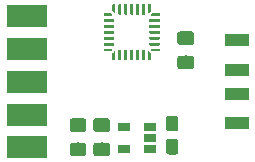
<source format=gbr>
G04 #@! TF.GenerationSoftware,KiCad,Pcbnew,(5.1.4)-1*
G04 #@! TF.CreationDate,2019-09-27T16:29:42+02:00*
G04 #@! TF.ProjectId,JoyAdapter,4a6f7941-6461-4707-9465-722e6b696361,rev?*
G04 #@! TF.SameCoordinates,Original*
G04 #@! TF.FileFunction,Paste,Top*
G04 #@! TF.FilePolarity,Positive*
%FSLAX46Y46*%
G04 Gerber Fmt 4.6, Leading zero omitted, Abs format (unit mm)*
G04 Created by KiCad (PCBNEW (5.1.4)-1) date 2019-09-27 16:29:42*
%MOMM*%
%LPD*%
G04 APERTURE LIST*
%ADD10C,0.136863*%
%ADD11C,0.100000*%
%ADD12C,0.250000*%
%ADD13R,3.480000X1.846667*%
%ADD14R,2.000000X1.100000*%
%ADD15R,1.060000X0.650000*%
%ADD16C,1.150000*%
%ADD17C,1.050000*%
G04 APERTURE END LIST*
D10*
X9168000Y6188500D03*
D11*
G36*
X9256779Y6565135D02*
G01*
X9265221Y6562575D01*
X9273001Y6558416D01*
X9279820Y6552820D01*
X9285416Y6546001D01*
X9289575Y6538221D01*
X9292135Y6529779D01*
X9293000Y6521000D01*
X9293000Y5856000D01*
X9292135Y5847221D01*
X9289575Y5838779D01*
X9285416Y5830999D01*
X9279820Y5824180D01*
X9273001Y5818584D01*
X9265221Y5814425D01*
X9256779Y5811865D01*
X9248000Y5811000D01*
X9221640Y5811000D01*
X9212861Y5811865D01*
X9204419Y5814425D01*
X9196639Y5818584D01*
X9189820Y5824180D01*
X9056180Y5957820D01*
X9050584Y5964639D01*
X9046425Y5972419D01*
X9043865Y5980861D01*
X9043000Y5989640D01*
X9043000Y6521000D01*
X9043865Y6529779D01*
X9046425Y6538221D01*
X9050584Y6546001D01*
X9056180Y6552820D01*
X9062999Y6558416D01*
X9070779Y6562575D01*
X9079221Y6565135D01*
X9088000Y6566000D01*
X9248000Y6566000D01*
X9256779Y6565135D01*
X9256779Y6565135D01*
G37*
G36*
X9736626Y6565699D02*
G01*
X9742693Y6564799D01*
X9748643Y6563309D01*
X9754418Y6561242D01*
X9759962Y6558620D01*
X9765223Y6555467D01*
X9770150Y6551813D01*
X9774694Y6547694D01*
X9778813Y6543150D01*
X9782467Y6538223D01*
X9785620Y6532962D01*
X9788242Y6527418D01*
X9790309Y6521643D01*
X9791799Y6515693D01*
X9792699Y6509626D01*
X9793000Y6503500D01*
X9793000Y5753500D01*
X9792699Y5747374D01*
X9791799Y5741307D01*
X9790309Y5735357D01*
X9788242Y5729582D01*
X9785620Y5724038D01*
X9782467Y5718777D01*
X9778813Y5713850D01*
X9774694Y5709306D01*
X9770150Y5705187D01*
X9765223Y5701533D01*
X9759962Y5698380D01*
X9754418Y5695758D01*
X9748643Y5693691D01*
X9742693Y5692201D01*
X9736626Y5691301D01*
X9730500Y5691000D01*
X9605500Y5691000D01*
X9599374Y5691301D01*
X9593307Y5692201D01*
X9587357Y5693691D01*
X9581582Y5695758D01*
X9576038Y5698380D01*
X9570777Y5701533D01*
X9565850Y5705187D01*
X9561306Y5709306D01*
X9557187Y5713850D01*
X9553533Y5718777D01*
X9550380Y5724038D01*
X9547758Y5729582D01*
X9545691Y5735357D01*
X9544201Y5741307D01*
X9543301Y5747374D01*
X9543000Y5753500D01*
X9543000Y6503500D01*
X9543301Y6509626D01*
X9544201Y6515693D01*
X9545691Y6521643D01*
X9547758Y6527418D01*
X9550380Y6532962D01*
X9553533Y6538223D01*
X9557187Y6543150D01*
X9561306Y6547694D01*
X9565850Y6551813D01*
X9570777Y6555467D01*
X9576038Y6558620D01*
X9581582Y6561242D01*
X9587357Y6563309D01*
X9593307Y6564799D01*
X9599374Y6565699D01*
X9605500Y6566000D01*
X9730500Y6566000D01*
X9736626Y6565699D01*
X9736626Y6565699D01*
G37*
D12*
X9668000Y6128500D03*
D11*
G36*
X10236626Y6565699D02*
G01*
X10242693Y6564799D01*
X10248643Y6563309D01*
X10254418Y6561242D01*
X10259962Y6558620D01*
X10265223Y6555467D01*
X10270150Y6551813D01*
X10274694Y6547694D01*
X10278813Y6543150D01*
X10282467Y6538223D01*
X10285620Y6532962D01*
X10288242Y6527418D01*
X10290309Y6521643D01*
X10291799Y6515693D01*
X10292699Y6509626D01*
X10293000Y6503500D01*
X10293000Y5753500D01*
X10292699Y5747374D01*
X10291799Y5741307D01*
X10290309Y5735357D01*
X10288242Y5729582D01*
X10285620Y5724038D01*
X10282467Y5718777D01*
X10278813Y5713850D01*
X10274694Y5709306D01*
X10270150Y5705187D01*
X10265223Y5701533D01*
X10259962Y5698380D01*
X10254418Y5695758D01*
X10248643Y5693691D01*
X10242693Y5692201D01*
X10236626Y5691301D01*
X10230500Y5691000D01*
X10105500Y5691000D01*
X10099374Y5691301D01*
X10093307Y5692201D01*
X10087357Y5693691D01*
X10081582Y5695758D01*
X10076038Y5698380D01*
X10070777Y5701533D01*
X10065850Y5705187D01*
X10061306Y5709306D01*
X10057187Y5713850D01*
X10053533Y5718777D01*
X10050380Y5724038D01*
X10047758Y5729582D01*
X10045691Y5735357D01*
X10044201Y5741307D01*
X10043301Y5747374D01*
X10043000Y5753500D01*
X10043000Y6503500D01*
X10043301Y6509626D01*
X10044201Y6515693D01*
X10045691Y6521643D01*
X10047758Y6527418D01*
X10050380Y6532962D01*
X10053533Y6538223D01*
X10057187Y6543150D01*
X10061306Y6547694D01*
X10065850Y6551813D01*
X10070777Y6555467D01*
X10076038Y6558620D01*
X10081582Y6561242D01*
X10087357Y6563309D01*
X10093307Y6564799D01*
X10099374Y6565699D01*
X10105500Y6566000D01*
X10230500Y6566000D01*
X10236626Y6565699D01*
X10236626Y6565699D01*
G37*
D12*
X10168000Y6128500D03*
D11*
G36*
X10736626Y6565699D02*
G01*
X10742693Y6564799D01*
X10748643Y6563309D01*
X10754418Y6561242D01*
X10759962Y6558620D01*
X10765223Y6555467D01*
X10770150Y6551813D01*
X10774694Y6547694D01*
X10778813Y6543150D01*
X10782467Y6538223D01*
X10785620Y6532962D01*
X10788242Y6527418D01*
X10790309Y6521643D01*
X10791799Y6515693D01*
X10792699Y6509626D01*
X10793000Y6503500D01*
X10793000Y5753500D01*
X10792699Y5747374D01*
X10791799Y5741307D01*
X10790309Y5735357D01*
X10788242Y5729582D01*
X10785620Y5724038D01*
X10782467Y5718777D01*
X10778813Y5713850D01*
X10774694Y5709306D01*
X10770150Y5705187D01*
X10765223Y5701533D01*
X10759962Y5698380D01*
X10754418Y5695758D01*
X10748643Y5693691D01*
X10742693Y5692201D01*
X10736626Y5691301D01*
X10730500Y5691000D01*
X10605500Y5691000D01*
X10599374Y5691301D01*
X10593307Y5692201D01*
X10587357Y5693691D01*
X10581582Y5695758D01*
X10576038Y5698380D01*
X10570777Y5701533D01*
X10565850Y5705187D01*
X10561306Y5709306D01*
X10557187Y5713850D01*
X10553533Y5718777D01*
X10550380Y5724038D01*
X10547758Y5729582D01*
X10545691Y5735357D01*
X10544201Y5741307D01*
X10543301Y5747374D01*
X10543000Y5753500D01*
X10543000Y6503500D01*
X10543301Y6509626D01*
X10544201Y6515693D01*
X10545691Y6521643D01*
X10547758Y6527418D01*
X10550380Y6532962D01*
X10553533Y6538223D01*
X10557187Y6543150D01*
X10561306Y6547694D01*
X10565850Y6551813D01*
X10570777Y6555467D01*
X10576038Y6558620D01*
X10581582Y6561242D01*
X10587357Y6563309D01*
X10593307Y6564799D01*
X10599374Y6565699D01*
X10605500Y6566000D01*
X10730500Y6566000D01*
X10736626Y6565699D01*
X10736626Y6565699D01*
G37*
D12*
X10668000Y6128500D03*
D11*
G36*
X11236626Y6565699D02*
G01*
X11242693Y6564799D01*
X11248643Y6563309D01*
X11254418Y6561242D01*
X11259962Y6558620D01*
X11265223Y6555467D01*
X11270150Y6551813D01*
X11274694Y6547694D01*
X11278813Y6543150D01*
X11282467Y6538223D01*
X11285620Y6532962D01*
X11288242Y6527418D01*
X11290309Y6521643D01*
X11291799Y6515693D01*
X11292699Y6509626D01*
X11293000Y6503500D01*
X11293000Y5753500D01*
X11292699Y5747374D01*
X11291799Y5741307D01*
X11290309Y5735357D01*
X11288242Y5729582D01*
X11285620Y5724038D01*
X11282467Y5718777D01*
X11278813Y5713850D01*
X11274694Y5709306D01*
X11270150Y5705187D01*
X11265223Y5701533D01*
X11259962Y5698380D01*
X11254418Y5695758D01*
X11248643Y5693691D01*
X11242693Y5692201D01*
X11236626Y5691301D01*
X11230500Y5691000D01*
X11105500Y5691000D01*
X11099374Y5691301D01*
X11093307Y5692201D01*
X11087357Y5693691D01*
X11081582Y5695758D01*
X11076038Y5698380D01*
X11070777Y5701533D01*
X11065850Y5705187D01*
X11061306Y5709306D01*
X11057187Y5713850D01*
X11053533Y5718777D01*
X11050380Y5724038D01*
X11047758Y5729582D01*
X11045691Y5735357D01*
X11044201Y5741307D01*
X11043301Y5747374D01*
X11043000Y5753500D01*
X11043000Y6503500D01*
X11043301Y6509626D01*
X11044201Y6515693D01*
X11045691Y6521643D01*
X11047758Y6527418D01*
X11050380Y6532962D01*
X11053533Y6538223D01*
X11057187Y6543150D01*
X11061306Y6547694D01*
X11065850Y6551813D01*
X11070777Y6555467D01*
X11076038Y6558620D01*
X11081582Y6561242D01*
X11087357Y6563309D01*
X11093307Y6564799D01*
X11099374Y6565699D01*
X11105500Y6566000D01*
X11230500Y6566000D01*
X11236626Y6565699D01*
X11236626Y6565699D01*
G37*
D12*
X11168000Y6128500D03*
D11*
G36*
X11736626Y6565699D02*
G01*
X11742693Y6564799D01*
X11748643Y6563309D01*
X11754418Y6561242D01*
X11759962Y6558620D01*
X11765223Y6555467D01*
X11770150Y6551813D01*
X11774694Y6547694D01*
X11778813Y6543150D01*
X11782467Y6538223D01*
X11785620Y6532962D01*
X11788242Y6527418D01*
X11790309Y6521643D01*
X11791799Y6515693D01*
X11792699Y6509626D01*
X11793000Y6503500D01*
X11793000Y5753500D01*
X11792699Y5747374D01*
X11791799Y5741307D01*
X11790309Y5735357D01*
X11788242Y5729582D01*
X11785620Y5724038D01*
X11782467Y5718777D01*
X11778813Y5713850D01*
X11774694Y5709306D01*
X11770150Y5705187D01*
X11765223Y5701533D01*
X11759962Y5698380D01*
X11754418Y5695758D01*
X11748643Y5693691D01*
X11742693Y5692201D01*
X11736626Y5691301D01*
X11730500Y5691000D01*
X11605500Y5691000D01*
X11599374Y5691301D01*
X11593307Y5692201D01*
X11587357Y5693691D01*
X11581582Y5695758D01*
X11576038Y5698380D01*
X11570777Y5701533D01*
X11565850Y5705187D01*
X11561306Y5709306D01*
X11557187Y5713850D01*
X11553533Y5718777D01*
X11550380Y5724038D01*
X11547758Y5729582D01*
X11545691Y5735357D01*
X11544201Y5741307D01*
X11543301Y5747374D01*
X11543000Y5753500D01*
X11543000Y6503500D01*
X11543301Y6509626D01*
X11544201Y6515693D01*
X11545691Y6521643D01*
X11547758Y6527418D01*
X11550380Y6532962D01*
X11553533Y6538223D01*
X11557187Y6543150D01*
X11561306Y6547694D01*
X11565850Y6551813D01*
X11570777Y6555467D01*
X11576038Y6558620D01*
X11581582Y6561242D01*
X11587357Y6563309D01*
X11593307Y6564799D01*
X11599374Y6565699D01*
X11605500Y6566000D01*
X11730500Y6566000D01*
X11736626Y6565699D01*
X11736626Y6565699D01*
G37*
D12*
X11668000Y6128500D03*
D10*
X12168000Y6188500D03*
D11*
G36*
X12256779Y6565135D02*
G01*
X12265221Y6562575D01*
X12273001Y6558416D01*
X12279820Y6552820D01*
X12285416Y6546001D01*
X12289575Y6538221D01*
X12292135Y6529779D01*
X12293000Y6521000D01*
X12293000Y5989640D01*
X12292135Y5980861D01*
X12289575Y5972419D01*
X12285416Y5964639D01*
X12279820Y5957820D01*
X12146180Y5824180D01*
X12139361Y5818584D01*
X12131581Y5814425D01*
X12123139Y5811865D01*
X12114360Y5811000D01*
X12088000Y5811000D01*
X12079221Y5811865D01*
X12070779Y5814425D01*
X12062999Y5818584D01*
X12056180Y5824180D01*
X12050584Y5830999D01*
X12046425Y5838779D01*
X12043865Y5847221D01*
X12043000Y5856000D01*
X12043000Y6521000D01*
X12043865Y6529779D01*
X12046425Y6538221D01*
X12050584Y6546001D01*
X12056180Y6552820D01*
X12062999Y6558416D01*
X12070779Y6562575D01*
X12079221Y6565135D01*
X12088000Y6566000D01*
X12248000Y6566000D01*
X12256779Y6565135D01*
X12256779Y6565135D01*
G37*
D10*
X12665500Y5691000D03*
D11*
G36*
X13006779Y5815135D02*
G01*
X13015221Y5812575D01*
X13023001Y5808416D01*
X13029820Y5802820D01*
X13035416Y5796001D01*
X13039575Y5788221D01*
X13042135Y5779779D01*
X13043000Y5771000D01*
X13043000Y5611000D01*
X13042135Y5602221D01*
X13039575Y5593779D01*
X13035416Y5585999D01*
X13029820Y5579180D01*
X13023001Y5573584D01*
X13015221Y5569425D01*
X13006779Y5566865D01*
X12998000Y5566000D01*
X12333000Y5566000D01*
X12324221Y5566865D01*
X12315779Y5569425D01*
X12307999Y5573584D01*
X12301180Y5579180D01*
X12295584Y5585999D01*
X12291425Y5593779D01*
X12288865Y5602221D01*
X12288000Y5611000D01*
X12288000Y5637360D01*
X12288865Y5646139D01*
X12291425Y5654581D01*
X12295584Y5662361D01*
X12301180Y5669180D01*
X12434820Y5802820D01*
X12441639Y5808416D01*
X12449419Y5812575D01*
X12457861Y5815135D01*
X12466640Y5816000D01*
X12998000Y5816000D01*
X13006779Y5815135D01*
X13006779Y5815135D01*
G37*
G36*
X12986626Y5315699D02*
G01*
X12992693Y5314799D01*
X12998643Y5313309D01*
X13004418Y5311242D01*
X13009962Y5308620D01*
X13015223Y5305467D01*
X13020150Y5301813D01*
X13024694Y5297694D01*
X13028813Y5293150D01*
X13032467Y5288223D01*
X13035620Y5282962D01*
X13038242Y5277418D01*
X13040309Y5271643D01*
X13041799Y5265693D01*
X13042699Y5259626D01*
X13043000Y5253500D01*
X13043000Y5128500D01*
X13042699Y5122374D01*
X13041799Y5116307D01*
X13040309Y5110357D01*
X13038242Y5104582D01*
X13035620Y5099038D01*
X13032467Y5093777D01*
X13028813Y5088850D01*
X13024694Y5084306D01*
X13020150Y5080187D01*
X13015223Y5076533D01*
X13009962Y5073380D01*
X13004418Y5070758D01*
X12998643Y5068691D01*
X12992693Y5067201D01*
X12986626Y5066301D01*
X12980500Y5066000D01*
X12230500Y5066000D01*
X12224374Y5066301D01*
X12218307Y5067201D01*
X12212357Y5068691D01*
X12206582Y5070758D01*
X12201038Y5073380D01*
X12195777Y5076533D01*
X12190850Y5080187D01*
X12186306Y5084306D01*
X12182187Y5088850D01*
X12178533Y5093777D01*
X12175380Y5099038D01*
X12172758Y5104582D01*
X12170691Y5110357D01*
X12169201Y5116307D01*
X12168301Y5122374D01*
X12168000Y5128500D01*
X12168000Y5253500D01*
X12168301Y5259626D01*
X12169201Y5265693D01*
X12170691Y5271643D01*
X12172758Y5277418D01*
X12175380Y5282962D01*
X12178533Y5288223D01*
X12182187Y5293150D01*
X12186306Y5297694D01*
X12190850Y5301813D01*
X12195777Y5305467D01*
X12201038Y5308620D01*
X12206582Y5311242D01*
X12212357Y5313309D01*
X12218307Y5314799D01*
X12224374Y5315699D01*
X12230500Y5316000D01*
X12980500Y5316000D01*
X12986626Y5315699D01*
X12986626Y5315699D01*
G37*
D12*
X12605500Y5191000D03*
D11*
G36*
X12986626Y4815699D02*
G01*
X12992693Y4814799D01*
X12998643Y4813309D01*
X13004418Y4811242D01*
X13009962Y4808620D01*
X13015223Y4805467D01*
X13020150Y4801813D01*
X13024694Y4797694D01*
X13028813Y4793150D01*
X13032467Y4788223D01*
X13035620Y4782962D01*
X13038242Y4777418D01*
X13040309Y4771643D01*
X13041799Y4765693D01*
X13042699Y4759626D01*
X13043000Y4753500D01*
X13043000Y4628500D01*
X13042699Y4622374D01*
X13041799Y4616307D01*
X13040309Y4610357D01*
X13038242Y4604582D01*
X13035620Y4599038D01*
X13032467Y4593777D01*
X13028813Y4588850D01*
X13024694Y4584306D01*
X13020150Y4580187D01*
X13015223Y4576533D01*
X13009962Y4573380D01*
X13004418Y4570758D01*
X12998643Y4568691D01*
X12992693Y4567201D01*
X12986626Y4566301D01*
X12980500Y4566000D01*
X12230500Y4566000D01*
X12224374Y4566301D01*
X12218307Y4567201D01*
X12212357Y4568691D01*
X12206582Y4570758D01*
X12201038Y4573380D01*
X12195777Y4576533D01*
X12190850Y4580187D01*
X12186306Y4584306D01*
X12182187Y4588850D01*
X12178533Y4593777D01*
X12175380Y4599038D01*
X12172758Y4604582D01*
X12170691Y4610357D01*
X12169201Y4616307D01*
X12168301Y4622374D01*
X12168000Y4628500D01*
X12168000Y4753500D01*
X12168301Y4759626D01*
X12169201Y4765693D01*
X12170691Y4771643D01*
X12172758Y4777418D01*
X12175380Y4782962D01*
X12178533Y4788223D01*
X12182187Y4793150D01*
X12186306Y4797694D01*
X12190850Y4801813D01*
X12195777Y4805467D01*
X12201038Y4808620D01*
X12206582Y4811242D01*
X12212357Y4813309D01*
X12218307Y4814799D01*
X12224374Y4815699D01*
X12230500Y4816000D01*
X12980500Y4816000D01*
X12986626Y4815699D01*
X12986626Y4815699D01*
G37*
D12*
X12605500Y4691000D03*
D11*
G36*
X12986626Y4315699D02*
G01*
X12992693Y4314799D01*
X12998643Y4313309D01*
X13004418Y4311242D01*
X13009962Y4308620D01*
X13015223Y4305467D01*
X13020150Y4301813D01*
X13024694Y4297694D01*
X13028813Y4293150D01*
X13032467Y4288223D01*
X13035620Y4282962D01*
X13038242Y4277418D01*
X13040309Y4271643D01*
X13041799Y4265693D01*
X13042699Y4259626D01*
X13043000Y4253500D01*
X13043000Y4128500D01*
X13042699Y4122374D01*
X13041799Y4116307D01*
X13040309Y4110357D01*
X13038242Y4104582D01*
X13035620Y4099038D01*
X13032467Y4093777D01*
X13028813Y4088850D01*
X13024694Y4084306D01*
X13020150Y4080187D01*
X13015223Y4076533D01*
X13009962Y4073380D01*
X13004418Y4070758D01*
X12998643Y4068691D01*
X12992693Y4067201D01*
X12986626Y4066301D01*
X12980500Y4066000D01*
X12230500Y4066000D01*
X12224374Y4066301D01*
X12218307Y4067201D01*
X12212357Y4068691D01*
X12206582Y4070758D01*
X12201038Y4073380D01*
X12195777Y4076533D01*
X12190850Y4080187D01*
X12186306Y4084306D01*
X12182187Y4088850D01*
X12178533Y4093777D01*
X12175380Y4099038D01*
X12172758Y4104582D01*
X12170691Y4110357D01*
X12169201Y4116307D01*
X12168301Y4122374D01*
X12168000Y4128500D01*
X12168000Y4253500D01*
X12168301Y4259626D01*
X12169201Y4265693D01*
X12170691Y4271643D01*
X12172758Y4277418D01*
X12175380Y4282962D01*
X12178533Y4288223D01*
X12182187Y4293150D01*
X12186306Y4297694D01*
X12190850Y4301813D01*
X12195777Y4305467D01*
X12201038Y4308620D01*
X12206582Y4311242D01*
X12212357Y4313309D01*
X12218307Y4314799D01*
X12224374Y4315699D01*
X12230500Y4316000D01*
X12980500Y4316000D01*
X12986626Y4315699D01*
X12986626Y4315699D01*
G37*
D12*
X12605500Y4191000D03*
D11*
G36*
X12986626Y3815699D02*
G01*
X12992693Y3814799D01*
X12998643Y3813309D01*
X13004418Y3811242D01*
X13009962Y3808620D01*
X13015223Y3805467D01*
X13020150Y3801813D01*
X13024694Y3797694D01*
X13028813Y3793150D01*
X13032467Y3788223D01*
X13035620Y3782962D01*
X13038242Y3777418D01*
X13040309Y3771643D01*
X13041799Y3765693D01*
X13042699Y3759626D01*
X13043000Y3753500D01*
X13043000Y3628500D01*
X13042699Y3622374D01*
X13041799Y3616307D01*
X13040309Y3610357D01*
X13038242Y3604582D01*
X13035620Y3599038D01*
X13032467Y3593777D01*
X13028813Y3588850D01*
X13024694Y3584306D01*
X13020150Y3580187D01*
X13015223Y3576533D01*
X13009962Y3573380D01*
X13004418Y3570758D01*
X12998643Y3568691D01*
X12992693Y3567201D01*
X12986626Y3566301D01*
X12980500Y3566000D01*
X12230500Y3566000D01*
X12224374Y3566301D01*
X12218307Y3567201D01*
X12212357Y3568691D01*
X12206582Y3570758D01*
X12201038Y3573380D01*
X12195777Y3576533D01*
X12190850Y3580187D01*
X12186306Y3584306D01*
X12182187Y3588850D01*
X12178533Y3593777D01*
X12175380Y3599038D01*
X12172758Y3604582D01*
X12170691Y3610357D01*
X12169201Y3616307D01*
X12168301Y3622374D01*
X12168000Y3628500D01*
X12168000Y3753500D01*
X12168301Y3759626D01*
X12169201Y3765693D01*
X12170691Y3771643D01*
X12172758Y3777418D01*
X12175380Y3782962D01*
X12178533Y3788223D01*
X12182187Y3793150D01*
X12186306Y3797694D01*
X12190850Y3801813D01*
X12195777Y3805467D01*
X12201038Y3808620D01*
X12206582Y3811242D01*
X12212357Y3813309D01*
X12218307Y3814799D01*
X12224374Y3815699D01*
X12230500Y3816000D01*
X12980500Y3816000D01*
X12986626Y3815699D01*
X12986626Y3815699D01*
G37*
D12*
X12605500Y3691000D03*
D11*
G36*
X12986626Y3315699D02*
G01*
X12992693Y3314799D01*
X12998643Y3313309D01*
X13004418Y3311242D01*
X13009962Y3308620D01*
X13015223Y3305467D01*
X13020150Y3301813D01*
X13024694Y3297694D01*
X13028813Y3293150D01*
X13032467Y3288223D01*
X13035620Y3282962D01*
X13038242Y3277418D01*
X13040309Y3271643D01*
X13041799Y3265693D01*
X13042699Y3259626D01*
X13043000Y3253500D01*
X13043000Y3128500D01*
X13042699Y3122374D01*
X13041799Y3116307D01*
X13040309Y3110357D01*
X13038242Y3104582D01*
X13035620Y3099038D01*
X13032467Y3093777D01*
X13028813Y3088850D01*
X13024694Y3084306D01*
X13020150Y3080187D01*
X13015223Y3076533D01*
X13009962Y3073380D01*
X13004418Y3070758D01*
X12998643Y3068691D01*
X12992693Y3067201D01*
X12986626Y3066301D01*
X12980500Y3066000D01*
X12230500Y3066000D01*
X12224374Y3066301D01*
X12218307Y3067201D01*
X12212357Y3068691D01*
X12206582Y3070758D01*
X12201038Y3073380D01*
X12195777Y3076533D01*
X12190850Y3080187D01*
X12186306Y3084306D01*
X12182187Y3088850D01*
X12178533Y3093777D01*
X12175380Y3099038D01*
X12172758Y3104582D01*
X12170691Y3110357D01*
X12169201Y3116307D01*
X12168301Y3122374D01*
X12168000Y3128500D01*
X12168000Y3253500D01*
X12168301Y3259626D01*
X12169201Y3265693D01*
X12170691Y3271643D01*
X12172758Y3277418D01*
X12175380Y3282962D01*
X12178533Y3288223D01*
X12182187Y3293150D01*
X12186306Y3297694D01*
X12190850Y3301813D01*
X12195777Y3305467D01*
X12201038Y3308620D01*
X12206582Y3311242D01*
X12212357Y3313309D01*
X12218307Y3314799D01*
X12224374Y3315699D01*
X12230500Y3316000D01*
X12980500Y3316000D01*
X12986626Y3315699D01*
X12986626Y3315699D01*
G37*
D12*
X12605500Y3191000D03*
D10*
X12665500Y2691000D03*
D11*
G36*
X13006779Y2815135D02*
G01*
X13015221Y2812575D01*
X13023001Y2808416D01*
X13029820Y2802820D01*
X13035416Y2796001D01*
X13039575Y2788221D01*
X13042135Y2779779D01*
X13043000Y2771000D01*
X13043000Y2611000D01*
X13042135Y2602221D01*
X13039575Y2593779D01*
X13035416Y2585999D01*
X13029820Y2579180D01*
X13023001Y2573584D01*
X13015221Y2569425D01*
X13006779Y2566865D01*
X12998000Y2566000D01*
X12466640Y2566000D01*
X12457861Y2566865D01*
X12449419Y2569425D01*
X12441639Y2573584D01*
X12434820Y2579180D01*
X12301180Y2712820D01*
X12295584Y2719639D01*
X12291425Y2727419D01*
X12288865Y2735861D01*
X12288000Y2744640D01*
X12288000Y2771000D01*
X12288865Y2779779D01*
X12291425Y2788221D01*
X12295584Y2796001D01*
X12301180Y2802820D01*
X12307999Y2808416D01*
X12315779Y2812575D01*
X12324221Y2815135D01*
X12333000Y2816000D01*
X12998000Y2816000D01*
X13006779Y2815135D01*
X13006779Y2815135D01*
G37*
D10*
X12168000Y2193500D03*
D11*
G36*
X12123139Y2570135D02*
G01*
X12131581Y2567575D01*
X12139361Y2563416D01*
X12146180Y2557820D01*
X12279820Y2424180D01*
X12285416Y2417361D01*
X12289575Y2409581D01*
X12292135Y2401139D01*
X12293000Y2392360D01*
X12293000Y1861000D01*
X12292135Y1852221D01*
X12289575Y1843779D01*
X12285416Y1835999D01*
X12279820Y1829180D01*
X12273001Y1823584D01*
X12265221Y1819425D01*
X12256779Y1816865D01*
X12248000Y1816000D01*
X12088000Y1816000D01*
X12079221Y1816865D01*
X12070779Y1819425D01*
X12062999Y1823584D01*
X12056180Y1829180D01*
X12050584Y1835999D01*
X12046425Y1843779D01*
X12043865Y1852221D01*
X12043000Y1861000D01*
X12043000Y2526000D01*
X12043865Y2534779D01*
X12046425Y2543221D01*
X12050584Y2551001D01*
X12056180Y2557820D01*
X12062999Y2563416D01*
X12070779Y2567575D01*
X12079221Y2570135D01*
X12088000Y2571000D01*
X12114360Y2571000D01*
X12123139Y2570135D01*
X12123139Y2570135D01*
G37*
G36*
X11736626Y2690699D02*
G01*
X11742693Y2689799D01*
X11748643Y2688309D01*
X11754418Y2686242D01*
X11759962Y2683620D01*
X11765223Y2680467D01*
X11770150Y2676813D01*
X11774694Y2672694D01*
X11778813Y2668150D01*
X11782467Y2663223D01*
X11785620Y2657962D01*
X11788242Y2652418D01*
X11790309Y2646643D01*
X11791799Y2640693D01*
X11792699Y2634626D01*
X11793000Y2628500D01*
X11793000Y1878500D01*
X11792699Y1872374D01*
X11791799Y1866307D01*
X11790309Y1860357D01*
X11788242Y1854582D01*
X11785620Y1849038D01*
X11782467Y1843777D01*
X11778813Y1838850D01*
X11774694Y1834306D01*
X11770150Y1830187D01*
X11765223Y1826533D01*
X11759962Y1823380D01*
X11754418Y1820758D01*
X11748643Y1818691D01*
X11742693Y1817201D01*
X11736626Y1816301D01*
X11730500Y1816000D01*
X11605500Y1816000D01*
X11599374Y1816301D01*
X11593307Y1817201D01*
X11587357Y1818691D01*
X11581582Y1820758D01*
X11576038Y1823380D01*
X11570777Y1826533D01*
X11565850Y1830187D01*
X11561306Y1834306D01*
X11557187Y1838850D01*
X11553533Y1843777D01*
X11550380Y1849038D01*
X11547758Y1854582D01*
X11545691Y1860357D01*
X11544201Y1866307D01*
X11543301Y1872374D01*
X11543000Y1878500D01*
X11543000Y2628500D01*
X11543301Y2634626D01*
X11544201Y2640693D01*
X11545691Y2646643D01*
X11547758Y2652418D01*
X11550380Y2657962D01*
X11553533Y2663223D01*
X11557187Y2668150D01*
X11561306Y2672694D01*
X11565850Y2676813D01*
X11570777Y2680467D01*
X11576038Y2683620D01*
X11581582Y2686242D01*
X11587357Y2688309D01*
X11593307Y2689799D01*
X11599374Y2690699D01*
X11605500Y2691000D01*
X11730500Y2691000D01*
X11736626Y2690699D01*
X11736626Y2690699D01*
G37*
D12*
X11668000Y2253500D03*
D11*
G36*
X11236626Y2690699D02*
G01*
X11242693Y2689799D01*
X11248643Y2688309D01*
X11254418Y2686242D01*
X11259962Y2683620D01*
X11265223Y2680467D01*
X11270150Y2676813D01*
X11274694Y2672694D01*
X11278813Y2668150D01*
X11282467Y2663223D01*
X11285620Y2657962D01*
X11288242Y2652418D01*
X11290309Y2646643D01*
X11291799Y2640693D01*
X11292699Y2634626D01*
X11293000Y2628500D01*
X11293000Y1878500D01*
X11292699Y1872374D01*
X11291799Y1866307D01*
X11290309Y1860357D01*
X11288242Y1854582D01*
X11285620Y1849038D01*
X11282467Y1843777D01*
X11278813Y1838850D01*
X11274694Y1834306D01*
X11270150Y1830187D01*
X11265223Y1826533D01*
X11259962Y1823380D01*
X11254418Y1820758D01*
X11248643Y1818691D01*
X11242693Y1817201D01*
X11236626Y1816301D01*
X11230500Y1816000D01*
X11105500Y1816000D01*
X11099374Y1816301D01*
X11093307Y1817201D01*
X11087357Y1818691D01*
X11081582Y1820758D01*
X11076038Y1823380D01*
X11070777Y1826533D01*
X11065850Y1830187D01*
X11061306Y1834306D01*
X11057187Y1838850D01*
X11053533Y1843777D01*
X11050380Y1849038D01*
X11047758Y1854582D01*
X11045691Y1860357D01*
X11044201Y1866307D01*
X11043301Y1872374D01*
X11043000Y1878500D01*
X11043000Y2628500D01*
X11043301Y2634626D01*
X11044201Y2640693D01*
X11045691Y2646643D01*
X11047758Y2652418D01*
X11050380Y2657962D01*
X11053533Y2663223D01*
X11057187Y2668150D01*
X11061306Y2672694D01*
X11065850Y2676813D01*
X11070777Y2680467D01*
X11076038Y2683620D01*
X11081582Y2686242D01*
X11087357Y2688309D01*
X11093307Y2689799D01*
X11099374Y2690699D01*
X11105500Y2691000D01*
X11230500Y2691000D01*
X11236626Y2690699D01*
X11236626Y2690699D01*
G37*
D12*
X11168000Y2253500D03*
D11*
G36*
X10736626Y2690699D02*
G01*
X10742693Y2689799D01*
X10748643Y2688309D01*
X10754418Y2686242D01*
X10759962Y2683620D01*
X10765223Y2680467D01*
X10770150Y2676813D01*
X10774694Y2672694D01*
X10778813Y2668150D01*
X10782467Y2663223D01*
X10785620Y2657962D01*
X10788242Y2652418D01*
X10790309Y2646643D01*
X10791799Y2640693D01*
X10792699Y2634626D01*
X10793000Y2628500D01*
X10793000Y1878500D01*
X10792699Y1872374D01*
X10791799Y1866307D01*
X10790309Y1860357D01*
X10788242Y1854582D01*
X10785620Y1849038D01*
X10782467Y1843777D01*
X10778813Y1838850D01*
X10774694Y1834306D01*
X10770150Y1830187D01*
X10765223Y1826533D01*
X10759962Y1823380D01*
X10754418Y1820758D01*
X10748643Y1818691D01*
X10742693Y1817201D01*
X10736626Y1816301D01*
X10730500Y1816000D01*
X10605500Y1816000D01*
X10599374Y1816301D01*
X10593307Y1817201D01*
X10587357Y1818691D01*
X10581582Y1820758D01*
X10576038Y1823380D01*
X10570777Y1826533D01*
X10565850Y1830187D01*
X10561306Y1834306D01*
X10557187Y1838850D01*
X10553533Y1843777D01*
X10550380Y1849038D01*
X10547758Y1854582D01*
X10545691Y1860357D01*
X10544201Y1866307D01*
X10543301Y1872374D01*
X10543000Y1878500D01*
X10543000Y2628500D01*
X10543301Y2634626D01*
X10544201Y2640693D01*
X10545691Y2646643D01*
X10547758Y2652418D01*
X10550380Y2657962D01*
X10553533Y2663223D01*
X10557187Y2668150D01*
X10561306Y2672694D01*
X10565850Y2676813D01*
X10570777Y2680467D01*
X10576038Y2683620D01*
X10581582Y2686242D01*
X10587357Y2688309D01*
X10593307Y2689799D01*
X10599374Y2690699D01*
X10605500Y2691000D01*
X10730500Y2691000D01*
X10736626Y2690699D01*
X10736626Y2690699D01*
G37*
D12*
X10668000Y2253500D03*
D11*
G36*
X10236626Y2690699D02*
G01*
X10242693Y2689799D01*
X10248643Y2688309D01*
X10254418Y2686242D01*
X10259962Y2683620D01*
X10265223Y2680467D01*
X10270150Y2676813D01*
X10274694Y2672694D01*
X10278813Y2668150D01*
X10282467Y2663223D01*
X10285620Y2657962D01*
X10288242Y2652418D01*
X10290309Y2646643D01*
X10291799Y2640693D01*
X10292699Y2634626D01*
X10293000Y2628500D01*
X10293000Y1878500D01*
X10292699Y1872374D01*
X10291799Y1866307D01*
X10290309Y1860357D01*
X10288242Y1854582D01*
X10285620Y1849038D01*
X10282467Y1843777D01*
X10278813Y1838850D01*
X10274694Y1834306D01*
X10270150Y1830187D01*
X10265223Y1826533D01*
X10259962Y1823380D01*
X10254418Y1820758D01*
X10248643Y1818691D01*
X10242693Y1817201D01*
X10236626Y1816301D01*
X10230500Y1816000D01*
X10105500Y1816000D01*
X10099374Y1816301D01*
X10093307Y1817201D01*
X10087357Y1818691D01*
X10081582Y1820758D01*
X10076038Y1823380D01*
X10070777Y1826533D01*
X10065850Y1830187D01*
X10061306Y1834306D01*
X10057187Y1838850D01*
X10053533Y1843777D01*
X10050380Y1849038D01*
X10047758Y1854582D01*
X10045691Y1860357D01*
X10044201Y1866307D01*
X10043301Y1872374D01*
X10043000Y1878500D01*
X10043000Y2628500D01*
X10043301Y2634626D01*
X10044201Y2640693D01*
X10045691Y2646643D01*
X10047758Y2652418D01*
X10050380Y2657962D01*
X10053533Y2663223D01*
X10057187Y2668150D01*
X10061306Y2672694D01*
X10065850Y2676813D01*
X10070777Y2680467D01*
X10076038Y2683620D01*
X10081582Y2686242D01*
X10087357Y2688309D01*
X10093307Y2689799D01*
X10099374Y2690699D01*
X10105500Y2691000D01*
X10230500Y2691000D01*
X10236626Y2690699D01*
X10236626Y2690699D01*
G37*
D12*
X10168000Y2253500D03*
D11*
G36*
X9736626Y2690699D02*
G01*
X9742693Y2689799D01*
X9748643Y2688309D01*
X9754418Y2686242D01*
X9759962Y2683620D01*
X9765223Y2680467D01*
X9770150Y2676813D01*
X9774694Y2672694D01*
X9778813Y2668150D01*
X9782467Y2663223D01*
X9785620Y2657962D01*
X9788242Y2652418D01*
X9790309Y2646643D01*
X9791799Y2640693D01*
X9792699Y2634626D01*
X9793000Y2628500D01*
X9793000Y1878500D01*
X9792699Y1872374D01*
X9791799Y1866307D01*
X9790309Y1860357D01*
X9788242Y1854582D01*
X9785620Y1849038D01*
X9782467Y1843777D01*
X9778813Y1838850D01*
X9774694Y1834306D01*
X9770150Y1830187D01*
X9765223Y1826533D01*
X9759962Y1823380D01*
X9754418Y1820758D01*
X9748643Y1818691D01*
X9742693Y1817201D01*
X9736626Y1816301D01*
X9730500Y1816000D01*
X9605500Y1816000D01*
X9599374Y1816301D01*
X9593307Y1817201D01*
X9587357Y1818691D01*
X9581582Y1820758D01*
X9576038Y1823380D01*
X9570777Y1826533D01*
X9565850Y1830187D01*
X9561306Y1834306D01*
X9557187Y1838850D01*
X9553533Y1843777D01*
X9550380Y1849038D01*
X9547758Y1854582D01*
X9545691Y1860357D01*
X9544201Y1866307D01*
X9543301Y1872374D01*
X9543000Y1878500D01*
X9543000Y2628500D01*
X9543301Y2634626D01*
X9544201Y2640693D01*
X9545691Y2646643D01*
X9547758Y2652418D01*
X9550380Y2657962D01*
X9553533Y2663223D01*
X9557187Y2668150D01*
X9561306Y2672694D01*
X9565850Y2676813D01*
X9570777Y2680467D01*
X9576038Y2683620D01*
X9581582Y2686242D01*
X9587357Y2688309D01*
X9593307Y2689799D01*
X9599374Y2690699D01*
X9605500Y2691000D01*
X9730500Y2691000D01*
X9736626Y2690699D01*
X9736626Y2690699D01*
G37*
D12*
X9668000Y2253500D03*
D10*
X9168000Y2193500D03*
D11*
G36*
X9256779Y2570135D02*
G01*
X9265221Y2567575D01*
X9273001Y2563416D01*
X9279820Y2557820D01*
X9285416Y2551001D01*
X9289575Y2543221D01*
X9292135Y2534779D01*
X9293000Y2526000D01*
X9293000Y1861000D01*
X9292135Y1852221D01*
X9289575Y1843779D01*
X9285416Y1835999D01*
X9279820Y1829180D01*
X9273001Y1823584D01*
X9265221Y1819425D01*
X9256779Y1816865D01*
X9248000Y1816000D01*
X9088000Y1816000D01*
X9079221Y1816865D01*
X9070779Y1819425D01*
X9062999Y1823584D01*
X9056180Y1829180D01*
X9050584Y1835999D01*
X9046425Y1843779D01*
X9043865Y1852221D01*
X9043000Y1861000D01*
X9043000Y2392360D01*
X9043865Y2401139D01*
X9046425Y2409581D01*
X9050584Y2417361D01*
X9056180Y2424180D01*
X9189820Y2557820D01*
X9196639Y2563416D01*
X9204419Y2567575D01*
X9212861Y2570135D01*
X9221640Y2571000D01*
X9248000Y2571000D01*
X9256779Y2570135D01*
X9256779Y2570135D01*
G37*
D10*
X8670500Y2691000D03*
D11*
G36*
X9011779Y2815135D02*
G01*
X9020221Y2812575D01*
X9028001Y2808416D01*
X9034820Y2802820D01*
X9040416Y2796001D01*
X9044575Y2788221D01*
X9047135Y2779779D01*
X9048000Y2771000D01*
X9048000Y2744640D01*
X9047135Y2735861D01*
X9044575Y2727419D01*
X9040416Y2719639D01*
X9034820Y2712820D01*
X8901180Y2579180D01*
X8894361Y2573584D01*
X8886581Y2569425D01*
X8878139Y2566865D01*
X8869360Y2566000D01*
X8338000Y2566000D01*
X8329221Y2566865D01*
X8320779Y2569425D01*
X8312999Y2573584D01*
X8306180Y2579180D01*
X8300584Y2585999D01*
X8296425Y2593779D01*
X8293865Y2602221D01*
X8293000Y2611000D01*
X8293000Y2771000D01*
X8293865Y2779779D01*
X8296425Y2788221D01*
X8300584Y2796001D01*
X8306180Y2802820D01*
X8312999Y2808416D01*
X8320779Y2812575D01*
X8329221Y2815135D01*
X8338000Y2816000D01*
X9003000Y2816000D01*
X9011779Y2815135D01*
X9011779Y2815135D01*
G37*
G36*
X9111626Y3315699D02*
G01*
X9117693Y3314799D01*
X9123643Y3313309D01*
X9129418Y3311242D01*
X9134962Y3308620D01*
X9140223Y3305467D01*
X9145150Y3301813D01*
X9149694Y3297694D01*
X9153813Y3293150D01*
X9157467Y3288223D01*
X9160620Y3282962D01*
X9163242Y3277418D01*
X9165309Y3271643D01*
X9166799Y3265693D01*
X9167699Y3259626D01*
X9168000Y3253500D01*
X9168000Y3128500D01*
X9167699Y3122374D01*
X9166799Y3116307D01*
X9165309Y3110357D01*
X9163242Y3104582D01*
X9160620Y3099038D01*
X9157467Y3093777D01*
X9153813Y3088850D01*
X9149694Y3084306D01*
X9145150Y3080187D01*
X9140223Y3076533D01*
X9134962Y3073380D01*
X9129418Y3070758D01*
X9123643Y3068691D01*
X9117693Y3067201D01*
X9111626Y3066301D01*
X9105500Y3066000D01*
X8355500Y3066000D01*
X8349374Y3066301D01*
X8343307Y3067201D01*
X8337357Y3068691D01*
X8331582Y3070758D01*
X8326038Y3073380D01*
X8320777Y3076533D01*
X8315850Y3080187D01*
X8311306Y3084306D01*
X8307187Y3088850D01*
X8303533Y3093777D01*
X8300380Y3099038D01*
X8297758Y3104582D01*
X8295691Y3110357D01*
X8294201Y3116307D01*
X8293301Y3122374D01*
X8293000Y3128500D01*
X8293000Y3253500D01*
X8293301Y3259626D01*
X8294201Y3265693D01*
X8295691Y3271643D01*
X8297758Y3277418D01*
X8300380Y3282962D01*
X8303533Y3288223D01*
X8307187Y3293150D01*
X8311306Y3297694D01*
X8315850Y3301813D01*
X8320777Y3305467D01*
X8326038Y3308620D01*
X8331582Y3311242D01*
X8337357Y3313309D01*
X8343307Y3314799D01*
X8349374Y3315699D01*
X8355500Y3316000D01*
X9105500Y3316000D01*
X9111626Y3315699D01*
X9111626Y3315699D01*
G37*
D12*
X8730500Y3191000D03*
D11*
G36*
X9111626Y3815699D02*
G01*
X9117693Y3814799D01*
X9123643Y3813309D01*
X9129418Y3811242D01*
X9134962Y3808620D01*
X9140223Y3805467D01*
X9145150Y3801813D01*
X9149694Y3797694D01*
X9153813Y3793150D01*
X9157467Y3788223D01*
X9160620Y3782962D01*
X9163242Y3777418D01*
X9165309Y3771643D01*
X9166799Y3765693D01*
X9167699Y3759626D01*
X9168000Y3753500D01*
X9168000Y3628500D01*
X9167699Y3622374D01*
X9166799Y3616307D01*
X9165309Y3610357D01*
X9163242Y3604582D01*
X9160620Y3599038D01*
X9157467Y3593777D01*
X9153813Y3588850D01*
X9149694Y3584306D01*
X9145150Y3580187D01*
X9140223Y3576533D01*
X9134962Y3573380D01*
X9129418Y3570758D01*
X9123643Y3568691D01*
X9117693Y3567201D01*
X9111626Y3566301D01*
X9105500Y3566000D01*
X8355500Y3566000D01*
X8349374Y3566301D01*
X8343307Y3567201D01*
X8337357Y3568691D01*
X8331582Y3570758D01*
X8326038Y3573380D01*
X8320777Y3576533D01*
X8315850Y3580187D01*
X8311306Y3584306D01*
X8307187Y3588850D01*
X8303533Y3593777D01*
X8300380Y3599038D01*
X8297758Y3604582D01*
X8295691Y3610357D01*
X8294201Y3616307D01*
X8293301Y3622374D01*
X8293000Y3628500D01*
X8293000Y3753500D01*
X8293301Y3759626D01*
X8294201Y3765693D01*
X8295691Y3771643D01*
X8297758Y3777418D01*
X8300380Y3782962D01*
X8303533Y3788223D01*
X8307187Y3793150D01*
X8311306Y3797694D01*
X8315850Y3801813D01*
X8320777Y3805467D01*
X8326038Y3808620D01*
X8331582Y3811242D01*
X8337357Y3813309D01*
X8343307Y3814799D01*
X8349374Y3815699D01*
X8355500Y3816000D01*
X9105500Y3816000D01*
X9111626Y3815699D01*
X9111626Y3815699D01*
G37*
D12*
X8730500Y3691000D03*
D11*
G36*
X9111626Y4315699D02*
G01*
X9117693Y4314799D01*
X9123643Y4313309D01*
X9129418Y4311242D01*
X9134962Y4308620D01*
X9140223Y4305467D01*
X9145150Y4301813D01*
X9149694Y4297694D01*
X9153813Y4293150D01*
X9157467Y4288223D01*
X9160620Y4282962D01*
X9163242Y4277418D01*
X9165309Y4271643D01*
X9166799Y4265693D01*
X9167699Y4259626D01*
X9168000Y4253500D01*
X9168000Y4128500D01*
X9167699Y4122374D01*
X9166799Y4116307D01*
X9165309Y4110357D01*
X9163242Y4104582D01*
X9160620Y4099038D01*
X9157467Y4093777D01*
X9153813Y4088850D01*
X9149694Y4084306D01*
X9145150Y4080187D01*
X9140223Y4076533D01*
X9134962Y4073380D01*
X9129418Y4070758D01*
X9123643Y4068691D01*
X9117693Y4067201D01*
X9111626Y4066301D01*
X9105500Y4066000D01*
X8355500Y4066000D01*
X8349374Y4066301D01*
X8343307Y4067201D01*
X8337357Y4068691D01*
X8331582Y4070758D01*
X8326038Y4073380D01*
X8320777Y4076533D01*
X8315850Y4080187D01*
X8311306Y4084306D01*
X8307187Y4088850D01*
X8303533Y4093777D01*
X8300380Y4099038D01*
X8297758Y4104582D01*
X8295691Y4110357D01*
X8294201Y4116307D01*
X8293301Y4122374D01*
X8293000Y4128500D01*
X8293000Y4253500D01*
X8293301Y4259626D01*
X8294201Y4265693D01*
X8295691Y4271643D01*
X8297758Y4277418D01*
X8300380Y4282962D01*
X8303533Y4288223D01*
X8307187Y4293150D01*
X8311306Y4297694D01*
X8315850Y4301813D01*
X8320777Y4305467D01*
X8326038Y4308620D01*
X8331582Y4311242D01*
X8337357Y4313309D01*
X8343307Y4314799D01*
X8349374Y4315699D01*
X8355500Y4316000D01*
X9105500Y4316000D01*
X9111626Y4315699D01*
X9111626Y4315699D01*
G37*
D12*
X8730500Y4191000D03*
D11*
G36*
X9111626Y4815699D02*
G01*
X9117693Y4814799D01*
X9123643Y4813309D01*
X9129418Y4811242D01*
X9134962Y4808620D01*
X9140223Y4805467D01*
X9145150Y4801813D01*
X9149694Y4797694D01*
X9153813Y4793150D01*
X9157467Y4788223D01*
X9160620Y4782962D01*
X9163242Y4777418D01*
X9165309Y4771643D01*
X9166799Y4765693D01*
X9167699Y4759626D01*
X9168000Y4753500D01*
X9168000Y4628500D01*
X9167699Y4622374D01*
X9166799Y4616307D01*
X9165309Y4610357D01*
X9163242Y4604582D01*
X9160620Y4599038D01*
X9157467Y4593777D01*
X9153813Y4588850D01*
X9149694Y4584306D01*
X9145150Y4580187D01*
X9140223Y4576533D01*
X9134962Y4573380D01*
X9129418Y4570758D01*
X9123643Y4568691D01*
X9117693Y4567201D01*
X9111626Y4566301D01*
X9105500Y4566000D01*
X8355500Y4566000D01*
X8349374Y4566301D01*
X8343307Y4567201D01*
X8337357Y4568691D01*
X8331582Y4570758D01*
X8326038Y4573380D01*
X8320777Y4576533D01*
X8315850Y4580187D01*
X8311306Y4584306D01*
X8307187Y4588850D01*
X8303533Y4593777D01*
X8300380Y4599038D01*
X8297758Y4604582D01*
X8295691Y4610357D01*
X8294201Y4616307D01*
X8293301Y4622374D01*
X8293000Y4628500D01*
X8293000Y4753500D01*
X8293301Y4759626D01*
X8294201Y4765693D01*
X8295691Y4771643D01*
X8297758Y4777418D01*
X8300380Y4782962D01*
X8303533Y4788223D01*
X8307187Y4793150D01*
X8311306Y4797694D01*
X8315850Y4801813D01*
X8320777Y4805467D01*
X8326038Y4808620D01*
X8331582Y4811242D01*
X8337357Y4813309D01*
X8343307Y4814799D01*
X8349374Y4815699D01*
X8355500Y4816000D01*
X9105500Y4816000D01*
X9111626Y4815699D01*
X9111626Y4815699D01*
G37*
D12*
X8730500Y4691000D03*
D11*
G36*
X9111626Y5315699D02*
G01*
X9117693Y5314799D01*
X9123643Y5313309D01*
X9129418Y5311242D01*
X9134962Y5308620D01*
X9140223Y5305467D01*
X9145150Y5301813D01*
X9149694Y5297694D01*
X9153813Y5293150D01*
X9157467Y5288223D01*
X9160620Y5282962D01*
X9163242Y5277418D01*
X9165309Y5271643D01*
X9166799Y5265693D01*
X9167699Y5259626D01*
X9168000Y5253500D01*
X9168000Y5128500D01*
X9167699Y5122374D01*
X9166799Y5116307D01*
X9165309Y5110357D01*
X9163242Y5104582D01*
X9160620Y5099038D01*
X9157467Y5093777D01*
X9153813Y5088850D01*
X9149694Y5084306D01*
X9145150Y5080187D01*
X9140223Y5076533D01*
X9134962Y5073380D01*
X9129418Y5070758D01*
X9123643Y5068691D01*
X9117693Y5067201D01*
X9111626Y5066301D01*
X9105500Y5066000D01*
X8355500Y5066000D01*
X8349374Y5066301D01*
X8343307Y5067201D01*
X8337357Y5068691D01*
X8331582Y5070758D01*
X8326038Y5073380D01*
X8320777Y5076533D01*
X8315850Y5080187D01*
X8311306Y5084306D01*
X8307187Y5088850D01*
X8303533Y5093777D01*
X8300380Y5099038D01*
X8297758Y5104582D01*
X8295691Y5110357D01*
X8294201Y5116307D01*
X8293301Y5122374D01*
X8293000Y5128500D01*
X8293000Y5253500D01*
X8293301Y5259626D01*
X8294201Y5265693D01*
X8295691Y5271643D01*
X8297758Y5277418D01*
X8300380Y5282962D01*
X8303533Y5288223D01*
X8307187Y5293150D01*
X8311306Y5297694D01*
X8315850Y5301813D01*
X8320777Y5305467D01*
X8326038Y5308620D01*
X8331582Y5311242D01*
X8337357Y5313309D01*
X8343307Y5314799D01*
X8349374Y5315699D01*
X8355500Y5316000D01*
X9105500Y5316000D01*
X9111626Y5315699D01*
X9111626Y5315699D01*
G37*
D12*
X8730500Y5191000D03*
D10*
X8670500Y5691000D03*
D11*
G36*
X8878139Y5815135D02*
G01*
X8886581Y5812575D01*
X8894361Y5808416D01*
X8901180Y5802820D01*
X9034820Y5669180D01*
X9040416Y5662361D01*
X9044575Y5654581D01*
X9047135Y5646139D01*
X9048000Y5637360D01*
X9048000Y5611000D01*
X9047135Y5602221D01*
X9044575Y5593779D01*
X9040416Y5585999D01*
X9034820Y5579180D01*
X9028001Y5573584D01*
X9020221Y5569425D01*
X9011779Y5566865D01*
X9003000Y5566000D01*
X8338000Y5566000D01*
X8329221Y5566865D01*
X8320779Y5569425D01*
X8312999Y5573584D01*
X8306180Y5579180D01*
X8300584Y5585999D01*
X8296425Y5593779D01*
X8293865Y5602221D01*
X8293000Y5611000D01*
X8293000Y5771000D01*
X8293865Y5779779D01*
X8296425Y5788221D01*
X8300584Y5796001D01*
X8306180Y5802820D01*
X8312999Y5808416D01*
X8320779Y5812575D01*
X8329221Y5815135D01*
X8338000Y5816000D01*
X8869360Y5816000D01*
X8878139Y5815135D01*
X8878139Y5815135D01*
G37*
D13*
X1778000Y-5540000D03*
X1778000Y-2770000D03*
X1778000Y0D03*
X1778000Y2770000D03*
X1778000Y5540000D03*
D14*
X19593000Y-3500000D03*
X19593000Y3500000D03*
X19593000Y-1000000D03*
X19593000Y1000000D03*
D15*
X9992000Y-5715000D03*
X9992000Y-3815000D03*
X12192000Y-3815000D03*
X12192000Y-4765000D03*
X12192000Y-5715000D03*
D11*
G36*
X6595905Y-3100204D02*
G01*
X6620173Y-3103804D01*
X6643972Y-3109765D01*
X6667071Y-3118030D01*
X6689250Y-3128520D01*
X6710293Y-3141132D01*
X6729999Y-3155747D01*
X6748177Y-3172223D01*
X6764653Y-3190401D01*
X6779268Y-3210107D01*
X6791880Y-3231150D01*
X6802370Y-3253329D01*
X6810635Y-3276428D01*
X6816596Y-3300227D01*
X6820196Y-3324495D01*
X6821400Y-3348999D01*
X6821400Y-3999001D01*
X6820196Y-4023505D01*
X6816596Y-4047773D01*
X6810635Y-4071572D01*
X6802370Y-4094671D01*
X6791880Y-4116850D01*
X6779268Y-4137893D01*
X6764653Y-4157599D01*
X6748177Y-4175777D01*
X6729999Y-4192253D01*
X6710293Y-4206868D01*
X6689250Y-4219480D01*
X6667071Y-4229970D01*
X6643972Y-4238235D01*
X6620173Y-4244196D01*
X6595905Y-4247796D01*
X6571401Y-4249000D01*
X5671399Y-4249000D01*
X5646895Y-4247796D01*
X5622627Y-4244196D01*
X5598828Y-4238235D01*
X5575729Y-4229970D01*
X5553550Y-4219480D01*
X5532507Y-4206868D01*
X5512801Y-4192253D01*
X5494623Y-4175777D01*
X5478147Y-4157599D01*
X5463532Y-4137893D01*
X5450920Y-4116850D01*
X5440430Y-4094671D01*
X5432165Y-4071572D01*
X5426204Y-4047773D01*
X5422604Y-4023505D01*
X5421400Y-3999001D01*
X5421400Y-3348999D01*
X5422604Y-3324495D01*
X5426204Y-3300227D01*
X5432165Y-3276428D01*
X5440430Y-3253329D01*
X5450920Y-3231150D01*
X5463532Y-3210107D01*
X5478147Y-3190401D01*
X5494623Y-3172223D01*
X5512801Y-3155747D01*
X5532507Y-3141132D01*
X5553550Y-3128520D01*
X5575729Y-3118030D01*
X5598828Y-3109765D01*
X5622627Y-3103804D01*
X5646895Y-3100204D01*
X5671399Y-3099000D01*
X6571401Y-3099000D01*
X6595905Y-3100204D01*
X6595905Y-3100204D01*
G37*
D16*
X6121400Y-3674000D03*
D11*
G36*
X6595905Y-5150204D02*
G01*
X6620173Y-5153804D01*
X6643972Y-5159765D01*
X6667071Y-5168030D01*
X6689250Y-5178520D01*
X6710293Y-5191132D01*
X6729999Y-5205747D01*
X6748177Y-5222223D01*
X6764653Y-5240401D01*
X6779268Y-5260107D01*
X6791880Y-5281150D01*
X6802370Y-5303329D01*
X6810635Y-5326428D01*
X6816596Y-5350227D01*
X6820196Y-5374495D01*
X6821400Y-5398999D01*
X6821400Y-6049001D01*
X6820196Y-6073505D01*
X6816596Y-6097773D01*
X6810635Y-6121572D01*
X6802370Y-6144671D01*
X6791880Y-6166850D01*
X6779268Y-6187893D01*
X6764653Y-6207599D01*
X6748177Y-6225777D01*
X6729999Y-6242253D01*
X6710293Y-6256868D01*
X6689250Y-6269480D01*
X6667071Y-6279970D01*
X6643972Y-6288235D01*
X6620173Y-6294196D01*
X6595905Y-6297796D01*
X6571401Y-6299000D01*
X5671399Y-6299000D01*
X5646895Y-6297796D01*
X5622627Y-6294196D01*
X5598828Y-6288235D01*
X5575729Y-6279970D01*
X5553550Y-6269480D01*
X5532507Y-6256868D01*
X5512801Y-6242253D01*
X5494623Y-6225777D01*
X5478147Y-6207599D01*
X5463532Y-6187893D01*
X5450920Y-6166850D01*
X5440430Y-6144671D01*
X5432165Y-6121572D01*
X5426204Y-6097773D01*
X5422604Y-6073505D01*
X5421400Y-6049001D01*
X5421400Y-5398999D01*
X5422604Y-5374495D01*
X5426204Y-5350227D01*
X5432165Y-5326428D01*
X5440430Y-5303329D01*
X5450920Y-5281150D01*
X5463532Y-5260107D01*
X5478147Y-5240401D01*
X5494623Y-5222223D01*
X5512801Y-5205747D01*
X5532507Y-5191132D01*
X5553550Y-5178520D01*
X5575729Y-5168030D01*
X5598828Y-5159765D01*
X5622627Y-5153804D01*
X5646895Y-5150204D01*
X5671399Y-5149000D01*
X6571401Y-5149000D01*
X6595905Y-5150204D01*
X6595905Y-5150204D01*
G37*
D16*
X6121400Y-5724000D03*
D11*
G36*
X15714505Y2215796D02*
G01*
X15738773Y2212196D01*
X15762572Y2206235D01*
X15785671Y2197970D01*
X15807850Y2187480D01*
X15828893Y2174868D01*
X15848599Y2160253D01*
X15866777Y2143777D01*
X15883253Y2125599D01*
X15897868Y2105893D01*
X15910480Y2084850D01*
X15920970Y2062671D01*
X15929235Y2039572D01*
X15935196Y2015773D01*
X15938796Y1991505D01*
X15940000Y1967001D01*
X15940000Y1316999D01*
X15938796Y1292495D01*
X15935196Y1268227D01*
X15929235Y1244428D01*
X15920970Y1221329D01*
X15910480Y1199150D01*
X15897868Y1178107D01*
X15883253Y1158401D01*
X15866777Y1140223D01*
X15848599Y1123747D01*
X15828893Y1109132D01*
X15807850Y1096520D01*
X15785671Y1086030D01*
X15762572Y1077765D01*
X15738773Y1071804D01*
X15714505Y1068204D01*
X15690001Y1067000D01*
X14789999Y1067000D01*
X14765495Y1068204D01*
X14741227Y1071804D01*
X14717428Y1077765D01*
X14694329Y1086030D01*
X14672150Y1096520D01*
X14651107Y1109132D01*
X14631401Y1123747D01*
X14613223Y1140223D01*
X14596747Y1158401D01*
X14582132Y1178107D01*
X14569520Y1199150D01*
X14559030Y1221329D01*
X14550765Y1244428D01*
X14544804Y1268227D01*
X14541204Y1292495D01*
X14540000Y1316999D01*
X14540000Y1967001D01*
X14541204Y1991505D01*
X14544804Y2015773D01*
X14550765Y2039572D01*
X14559030Y2062671D01*
X14569520Y2084850D01*
X14582132Y2105893D01*
X14596747Y2125599D01*
X14613223Y2143777D01*
X14631401Y2160253D01*
X14651107Y2174868D01*
X14672150Y2187480D01*
X14694329Y2197970D01*
X14717428Y2206235D01*
X14741227Y2212196D01*
X14765495Y2215796D01*
X14789999Y2217000D01*
X15690001Y2217000D01*
X15714505Y2215796D01*
X15714505Y2215796D01*
G37*
D16*
X15240000Y1642000D03*
D11*
G36*
X15714505Y4265796D02*
G01*
X15738773Y4262196D01*
X15762572Y4256235D01*
X15785671Y4247970D01*
X15807850Y4237480D01*
X15828893Y4224868D01*
X15848599Y4210253D01*
X15866777Y4193777D01*
X15883253Y4175599D01*
X15897868Y4155893D01*
X15910480Y4134850D01*
X15920970Y4112671D01*
X15929235Y4089572D01*
X15935196Y4065773D01*
X15938796Y4041505D01*
X15940000Y4017001D01*
X15940000Y3366999D01*
X15938796Y3342495D01*
X15935196Y3318227D01*
X15929235Y3294428D01*
X15920970Y3271329D01*
X15910480Y3249150D01*
X15897868Y3228107D01*
X15883253Y3208401D01*
X15866777Y3190223D01*
X15848599Y3173747D01*
X15828893Y3159132D01*
X15807850Y3146520D01*
X15785671Y3136030D01*
X15762572Y3127765D01*
X15738773Y3121804D01*
X15714505Y3118204D01*
X15690001Y3117000D01*
X14789999Y3117000D01*
X14765495Y3118204D01*
X14741227Y3121804D01*
X14717428Y3127765D01*
X14694329Y3136030D01*
X14672150Y3146520D01*
X14651107Y3159132D01*
X14631401Y3173747D01*
X14613223Y3190223D01*
X14596747Y3208401D01*
X14582132Y3228107D01*
X14569520Y3249150D01*
X14559030Y3271329D01*
X14550765Y3294428D01*
X14544804Y3318227D01*
X14541204Y3342495D01*
X14540000Y3366999D01*
X14540000Y4017001D01*
X14541204Y4041505D01*
X14544804Y4065773D01*
X14550765Y4089572D01*
X14559030Y4112671D01*
X14569520Y4134850D01*
X14582132Y4155893D01*
X14596747Y4175599D01*
X14613223Y4193777D01*
X14631401Y4210253D01*
X14651107Y4224868D01*
X14672150Y4237480D01*
X14694329Y4247970D01*
X14717428Y4256235D01*
X14741227Y4262196D01*
X14765495Y4265796D01*
X14789999Y4267000D01*
X15690001Y4267000D01*
X15714505Y4265796D01*
X15714505Y4265796D01*
G37*
D16*
X15240000Y3692000D03*
D11*
G36*
X8602505Y-3091204D02*
G01*
X8626773Y-3094804D01*
X8650572Y-3100765D01*
X8673671Y-3109030D01*
X8695850Y-3119520D01*
X8716893Y-3132132D01*
X8736599Y-3146747D01*
X8754777Y-3163223D01*
X8771253Y-3181401D01*
X8785868Y-3201107D01*
X8798480Y-3222150D01*
X8808970Y-3244329D01*
X8817235Y-3267428D01*
X8823196Y-3291227D01*
X8826796Y-3315495D01*
X8828000Y-3339999D01*
X8828000Y-3990001D01*
X8826796Y-4014505D01*
X8823196Y-4038773D01*
X8817235Y-4062572D01*
X8808970Y-4085671D01*
X8798480Y-4107850D01*
X8785868Y-4128893D01*
X8771253Y-4148599D01*
X8754777Y-4166777D01*
X8736599Y-4183253D01*
X8716893Y-4197868D01*
X8695850Y-4210480D01*
X8673671Y-4220970D01*
X8650572Y-4229235D01*
X8626773Y-4235196D01*
X8602505Y-4238796D01*
X8578001Y-4240000D01*
X7677999Y-4240000D01*
X7653495Y-4238796D01*
X7629227Y-4235196D01*
X7605428Y-4229235D01*
X7582329Y-4220970D01*
X7560150Y-4210480D01*
X7539107Y-4197868D01*
X7519401Y-4183253D01*
X7501223Y-4166777D01*
X7484747Y-4148599D01*
X7470132Y-4128893D01*
X7457520Y-4107850D01*
X7447030Y-4085671D01*
X7438765Y-4062572D01*
X7432804Y-4038773D01*
X7429204Y-4014505D01*
X7428000Y-3990001D01*
X7428000Y-3339999D01*
X7429204Y-3315495D01*
X7432804Y-3291227D01*
X7438765Y-3267428D01*
X7447030Y-3244329D01*
X7457520Y-3222150D01*
X7470132Y-3201107D01*
X7484747Y-3181401D01*
X7501223Y-3163223D01*
X7519401Y-3146747D01*
X7539107Y-3132132D01*
X7560150Y-3119520D01*
X7582329Y-3109030D01*
X7605428Y-3100765D01*
X7629227Y-3094804D01*
X7653495Y-3091204D01*
X7677999Y-3090000D01*
X8578001Y-3090000D01*
X8602505Y-3091204D01*
X8602505Y-3091204D01*
G37*
D16*
X8128000Y-3665000D03*
D11*
G36*
X8602505Y-5141204D02*
G01*
X8626773Y-5144804D01*
X8650572Y-5150765D01*
X8673671Y-5159030D01*
X8695850Y-5169520D01*
X8716893Y-5182132D01*
X8736599Y-5196747D01*
X8754777Y-5213223D01*
X8771253Y-5231401D01*
X8785868Y-5251107D01*
X8798480Y-5272150D01*
X8808970Y-5294329D01*
X8817235Y-5317428D01*
X8823196Y-5341227D01*
X8826796Y-5365495D01*
X8828000Y-5389999D01*
X8828000Y-6040001D01*
X8826796Y-6064505D01*
X8823196Y-6088773D01*
X8817235Y-6112572D01*
X8808970Y-6135671D01*
X8798480Y-6157850D01*
X8785868Y-6178893D01*
X8771253Y-6198599D01*
X8754777Y-6216777D01*
X8736599Y-6233253D01*
X8716893Y-6247868D01*
X8695850Y-6260480D01*
X8673671Y-6270970D01*
X8650572Y-6279235D01*
X8626773Y-6285196D01*
X8602505Y-6288796D01*
X8578001Y-6290000D01*
X7677999Y-6290000D01*
X7653495Y-6288796D01*
X7629227Y-6285196D01*
X7605428Y-6279235D01*
X7582329Y-6270970D01*
X7560150Y-6260480D01*
X7539107Y-6247868D01*
X7519401Y-6233253D01*
X7501223Y-6216777D01*
X7484747Y-6198599D01*
X7470132Y-6178893D01*
X7457520Y-6157850D01*
X7447030Y-6135671D01*
X7438765Y-6112572D01*
X7432804Y-6088773D01*
X7429204Y-6064505D01*
X7428000Y-6040001D01*
X7428000Y-5389999D01*
X7429204Y-5365495D01*
X7432804Y-5341227D01*
X7438765Y-5317428D01*
X7447030Y-5294329D01*
X7457520Y-5272150D01*
X7470132Y-5251107D01*
X7484747Y-5231401D01*
X7501223Y-5213223D01*
X7519401Y-5196747D01*
X7539107Y-5182132D01*
X7560150Y-5169520D01*
X7582329Y-5159030D01*
X7605428Y-5150765D01*
X7629227Y-5144804D01*
X7653495Y-5141204D01*
X7677999Y-5140000D01*
X8578001Y-5140000D01*
X8602505Y-5141204D01*
X8602505Y-5141204D01*
G37*
D16*
X8128000Y-5715000D03*
D11*
G36*
X14396505Y-4857204D02*
G01*
X14420773Y-4860804D01*
X14444572Y-4866765D01*
X14467671Y-4875030D01*
X14489850Y-4885520D01*
X14510893Y-4898132D01*
X14530599Y-4912747D01*
X14548777Y-4929223D01*
X14565253Y-4947401D01*
X14579868Y-4967107D01*
X14592480Y-4988150D01*
X14602970Y-5010329D01*
X14611235Y-5033428D01*
X14617196Y-5057227D01*
X14620796Y-5081495D01*
X14622000Y-5105999D01*
X14622000Y-5906001D01*
X14620796Y-5930505D01*
X14617196Y-5954773D01*
X14611235Y-5978572D01*
X14602970Y-6001671D01*
X14592480Y-6023850D01*
X14579868Y-6044893D01*
X14565253Y-6064599D01*
X14548777Y-6082777D01*
X14530599Y-6099253D01*
X14510893Y-6113868D01*
X14489850Y-6126480D01*
X14467671Y-6136970D01*
X14444572Y-6145235D01*
X14420773Y-6151196D01*
X14396505Y-6154796D01*
X14372001Y-6156000D01*
X13821999Y-6156000D01*
X13797495Y-6154796D01*
X13773227Y-6151196D01*
X13749428Y-6145235D01*
X13726329Y-6136970D01*
X13704150Y-6126480D01*
X13683107Y-6113868D01*
X13663401Y-6099253D01*
X13645223Y-6082777D01*
X13628747Y-6064599D01*
X13614132Y-6044893D01*
X13601520Y-6023850D01*
X13591030Y-6001671D01*
X13582765Y-5978572D01*
X13576804Y-5954773D01*
X13573204Y-5930505D01*
X13572000Y-5906001D01*
X13572000Y-5105999D01*
X13573204Y-5081495D01*
X13576804Y-5057227D01*
X13582765Y-5033428D01*
X13591030Y-5010329D01*
X13601520Y-4988150D01*
X13614132Y-4967107D01*
X13628747Y-4947401D01*
X13645223Y-4929223D01*
X13663401Y-4912747D01*
X13683107Y-4898132D01*
X13704150Y-4885520D01*
X13726329Y-4875030D01*
X13749428Y-4866765D01*
X13773227Y-4860804D01*
X13797495Y-4857204D01*
X13821999Y-4856000D01*
X14372001Y-4856000D01*
X14396505Y-4857204D01*
X14396505Y-4857204D01*
G37*
D17*
X14097000Y-5506000D03*
D11*
G36*
X14396505Y-2907204D02*
G01*
X14420773Y-2910804D01*
X14444572Y-2916765D01*
X14467671Y-2925030D01*
X14489850Y-2935520D01*
X14510893Y-2948132D01*
X14530599Y-2962747D01*
X14548777Y-2979223D01*
X14565253Y-2997401D01*
X14579868Y-3017107D01*
X14592480Y-3038150D01*
X14602970Y-3060329D01*
X14611235Y-3083428D01*
X14617196Y-3107227D01*
X14620796Y-3131495D01*
X14622000Y-3155999D01*
X14622000Y-3956001D01*
X14620796Y-3980505D01*
X14617196Y-4004773D01*
X14611235Y-4028572D01*
X14602970Y-4051671D01*
X14592480Y-4073850D01*
X14579868Y-4094893D01*
X14565253Y-4114599D01*
X14548777Y-4132777D01*
X14530599Y-4149253D01*
X14510893Y-4163868D01*
X14489850Y-4176480D01*
X14467671Y-4186970D01*
X14444572Y-4195235D01*
X14420773Y-4201196D01*
X14396505Y-4204796D01*
X14372001Y-4206000D01*
X13821999Y-4206000D01*
X13797495Y-4204796D01*
X13773227Y-4201196D01*
X13749428Y-4195235D01*
X13726329Y-4186970D01*
X13704150Y-4176480D01*
X13683107Y-4163868D01*
X13663401Y-4149253D01*
X13645223Y-4132777D01*
X13628747Y-4114599D01*
X13614132Y-4094893D01*
X13601520Y-4073850D01*
X13591030Y-4051671D01*
X13582765Y-4028572D01*
X13576804Y-4004773D01*
X13573204Y-3980505D01*
X13572000Y-3956001D01*
X13572000Y-3155999D01*
X13573204Y-3131495D01*
X13576804Y-3107227D01*
X13582765Y-3083428D01*
X13591030Y-3060329D01*
X13601520Y-3038150D01*
X13614132Y-3017107D01*
X13628747Y-2997401D01*
X13645223Y-2979223D01*
X13663401Y-2962747D01*
X13683107Y-2948132D01*
X13704150Y-2935520D01*
X13726329Y-2925030D01*
X13749428Y-2916765D01*
X13773227Y-2910804D01*
X13797495Y-2907204D01*
X13821999Y-2906000D01*
X14372001Y-2906000D01*
X14396505Y-2907204D01*
X14396505Y-2907204D01*
G37*
D17*
X14097000Y-3556000D03*
M02*

</source>
